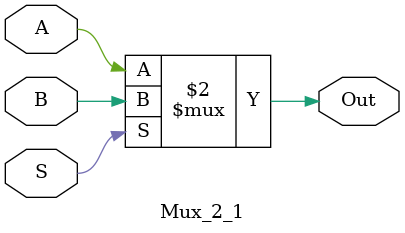
<source format=v>
`timescale 1ns / 1ps
module Mux_2_1(
A,
B,
S,
Out
    );

input A,B,S;
output Out;
reg Out;

always @ (A,B,S) 
begin
	Out = (S)?B:A;
end

endmodule

</source>
